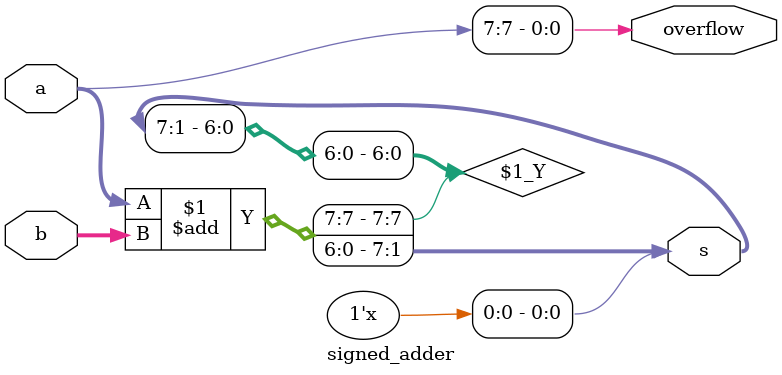
<source format=v>

module signed_adder(input [7:0] a,
    input [7:0] b,
    output [7:0] s,
    output overflow
); 

// The numbers a and b are added to the output s. 
// assign the occurence of the signed overflow of a and b to the output overflow.
// a signed overflow occurs if the most significant bits of a and b are low and the most significant bit of s is high
// a signed overflow may also occur if the most significant bits of a and b are high and the most significant bit of s is low


wire overflow;

assign overflow = {b[7], a[7]};

assign s = {a[7:0] + b[7:0], overflow[7]};

endmodule

</source>
